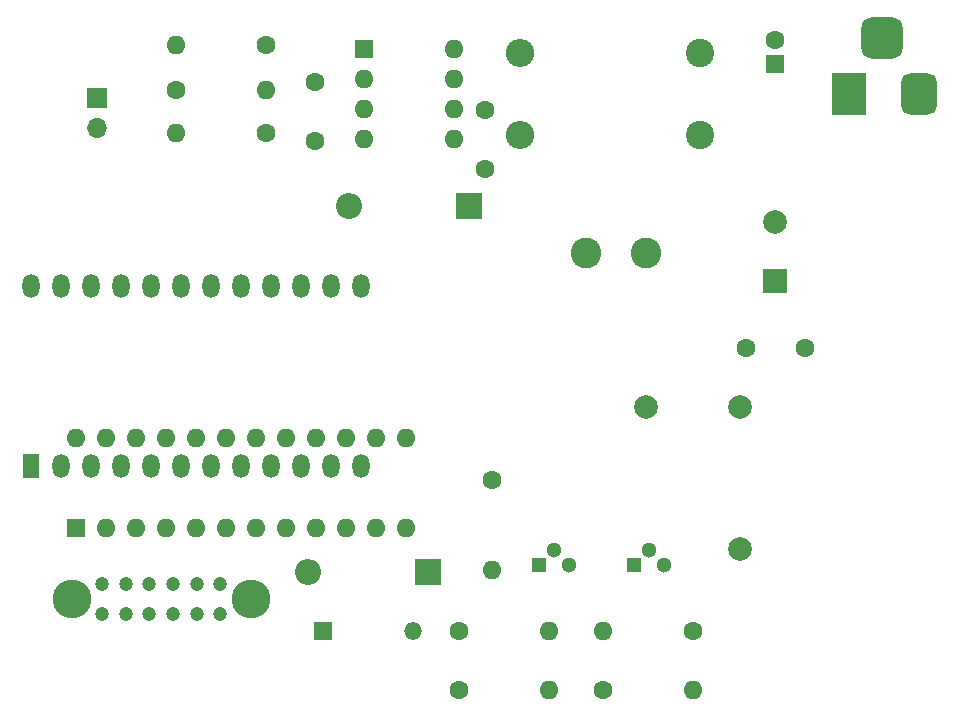
<source format=gbr>
%TF.GenerationSoftware,KiCad,Pcbnew,(6.0.4)*%
%TF.CreationDate,2022-04-20T16:37:51+09:00*%
%TF.ProjectId,KiCad,4b694361-642e-46b6-9963-61645f706362,rev?*%
%TF.SameCoordinates,Original*%
%TF.FileFunction,Soldermask,Bot*%
%TF.FilePolarity,Negative*%
%FSLAX46Y46*%
G04 Gerber Fmt 4.6, Leading zero omitted, Abs format (unit mm)*
G04 Created by KiCad (PCBNEW (6.0.4)) date 2022-04-20 16:37:51*
%MOMM*%
%LPD*%
G01*
G04 APERTURE LIST*
G04 Aperture macros list*
%AMRoundRect*
0 Rectangle with rounded corners*
0 $1 Rounding radius*
0 $2 $3 $4 $5 $6 $7 $8 $9 X,Y pos of 4 corners*
0 Add a 4 corners polygon primitive as box body*
4,1,4,$2,$3,$4,$5,$6,$7,$8,$9,$2,$3,0*
0 Add four circle primitives for the rounded corners*
1,1,$1+$1,$2,$3*
1,1,$1+$1,$4,$5*
1,1,$1+$1,$6,$7*
1,1,$1+$1,$8,$9*
0 Add four rect primitives between the rounded corners*
20,1,$1+$1,$2,$3,$4,$5,0*
20,1,$1+$1,$4,$5,$6,$7,0*
20,1,$1+$1,$6,$7,$8,$9,0*
20,1,$1+$1,$8,$9,$2,$3,0*%
G04 Aperture macros list end*
%ADD10R,1.600000X1.600000*%
%ADD11C,1.600000*%
%ADD12O,1.600000X1.600000*%
%ADD13C,2.400000*%
%ADD14O,2.400000X2.400000*%
%ADD15R,2.000000X2.000000*%
%ADD16C,2.000000*%
%ADD17R,1.300000X1.300000*%
%ADD18C,1.300000*%
%ADD19R,2.200000X2.200000*%
%ADD20O,2.200000X2.200000*%
%ADD21C,1.200000*%
%ADD22C,3.285000*%
%ADD23R,1.440000X2.000000*%
%ADD24O,1.440000X2.000000*%
%ADD25R,3.000000X3.600000*%
%ADD26RoundRect,0.750000X0.750000X1.000000X-0.750000X1.000000X-0.750000X-1.000000X0.750000X-1.000000X0*%
%ADD27RoundRect,0.875000X0.875000X0.875000X-0.875000X0.875000X-0.875000X-0.875000X0.875000X-0.875000X0*%
%ADD28C,2.600000*%
%ADD29R,1.500000X1.500000*%
%ADD30O,1.500000X1.500000*%
%ADD31R,1.700000X1.700000*%
%ADD32O,1.700000X1.700000*%
G04 APERTURE END LIST*
D10*
%TO.C,C2*%
X180000000Y-62955113D03*
D11*
X180000000Y-60955113D03*
%TD*%
%TO.C,R7*%
X165390000Y-116000000D03*
D12*
X173010000Y-116000000D03*
%TD*%
D13*
%TO.C,R1*%
X173620000Y-62000000D03*
D14*
X158380000Y-62000000D03*
%TD*%
D15*
%TO.C,C4*%
X180000000Y-81367677D03*
D16*
X180000000Y-76367677D03*
%TD*%
D17*
%TO.C,Q2*%
X160000000Y-105360000D03*
D18*
X161270000Y-104090000D03*
X162540000Y-105360000D03*
%TD*%
D11*
%TO.C,C5*%
X141000000Y-64500000D03*
X141000000Y-69500000D03*
%TD*%
%TO.C,R6*%
X173000000Y-111000000D03*
D12*
X165380000Y-111000000D03*
%TD*%
D11*
%TO.C,C3*%
X182500000Y-87000000D03*
X177500000Y-87000000D03*
%TD*%
D16*
%TO.C,TP3*%
X169000000Y-92000000D03*
%TD*%
D17*
%TO.C,Q1*%
X168000000Y-105360000D03*
D18*
X169270000Y-104090000D03*
X170540000Y-105360000D03*
%TD*%
D11*
%TO.C,R8*%
X153190000Y-111000000D03*
D12*
X160810000Y-111000000D03*
%TD*%
D11*
%TO.C,R3*%
X136906000Y-61334000D03*
D12*
X129286000Y-61334000D03*
%TD*%
D19*
%TO.C,D1*%
X154080000Y-75000000D03*
D20*
X143920000Y-75000000D03*
%TD*%
D11*
%TO.C,R5*%
X136906000Y-68834000D03*
D12*
X129286000Y-68834000D03*
%TD*%
D21*
%TO.C,SW1*%
X133000000Y-107010200D03*
X131000000Y-107010200D03*
X129000000Y-107010200D03*
X127000000Y-107010200D03*
X125000000Y-107010200D03*
X123000000Y-107010200D03*
X123000000Y-109510200D03*
X125000000Y-109510200D03*
X127000000Y-109510200D03*
X129000000Y-109510200D03*
X131000000Y-109510200D03*
X133000000Y-109510200D03*
D22*
X135555000Y-108260200D03*
X120445000Y-108260200D03*
%TD*%
D11*
%TO.C,R10*%
X156000000Y-98190000D03*
D12*
X156000000Y-105810000D03*
%TD*%
D13*
%TO.C,R2*%
X173620000Y-69000000D03*
D14*
X158380000Y-69000000D03*
%TD*%
D16*
%TO.C,TP1*%
X177000000Y-92000000D03*
%TD*%
D23*
%TO.C,J3*%
X117000000Y-97000000D03*
D24*
X119540000Y-97000000D03*
X122080000Y-97000000D03*
X124620000Y-97000000D03*
X127160000Y-97000000D03*
X129700000Y-97000000D03*
X132240000Y-97000000D03*
X134780000Y-97000000D03*
X137320000Y-97000000D03*
X139860000Y-97000000D03*
X142400000Y-97000000D03*
X144940000Y-97000000D03*
X144940000Y-81760000D03*
X142400000Y-81760000D03*
X139860000Y-81760000D03*
X137320000Y-81760000D03*
X134780000Y-81760000D03*
X132240000Y-81760000D03*
X129700000Y-81760000D03*
X127160000Y-81760000D03*
X124620000Y-81760000D03*
X122080000Y-81760000D03*
X119540000Y-81760000D03*
X117000000Y-81760000D03*
%TD*%
D11*
%TO.C,R4*%
X129223500Y-65126500D03*
D12*
X136843500Y-65126500D03*
%TD*%
D11*
%TO.C,R9*%
X153190000Y-116000000D03*
D12*
X160810000Y-116000000D03*
%TD*%
D25*
%TO.C,J1*%
X186187500Y-65457500D03*
D26*
X192187500Y-65457500D03*
D27*
X188987500Y-60757500D03*
%TD*%
D11*
%TO.C,C1*%
X155422600Y-66867400D03*
X155422600Y-71867400D03*
%TD*%
D16*
%TO.C,TP2*%
X177000000Y-104000000D03*
%TD*%
D28*
%TO.C,L1*%
X169000000Y-79000000D03*
X164000000Y-79000000D03*
%TD*%
D29*
%TO.C,D2*%
X141685000Y-111000000D03*
D30*
X149305000Y-111000000D03*
%TD*%
D10*
%TO.C,J2*%
X120772000Y-102250400D03*
D12*
X123312000Y-102250400D03*
X125852000Y-102250400D03*
X128392000Y-102250400D03*
X130932000Y-102250400D03*
X133472000Y-102250400D03*
X136012000Y-102250400D03*
X138552000Y-102250400D03*
X141092000Y-102250400D03*
X143632000Y-102250400D03*
X146172000Y-102250400D03*
X148712000Y-102250400D03*
X148712000Y-94630400D03*
X146172000Y-94630400D03*
X143632000Y-94630400D03*
X141092000Y-94630400D03*
X138552000Y-94630400D03*
X136012000Y-94630400D03*
X133472000Y-94630400D03*
X130932000Y-94630400D03*
X128392000Y-94630400D03*
X125852000Y-94630400D03*
X123312000Y-94630400D03*
X120772000Y-94630400D03*
%TD*%
D31*
%TO.C,JP1*%
X122533500Y-65834000D03*
D32*
X122533500Y-68374000D03*
%TD*%
D10*
%TO.C,U1*%
X145200000Y-61700000D03*
D12*
X145200000Y-64240000D03*
X145200000Y-66780000D03*
X145200000Y-69320000D03*
X152820000Y-69320000D03*
X152820000Y-66780000D03*
X152820000Y-64240000D03*
X152820000Y-61700000D03*
%TD*%
D19*
%TO.C,D3*%
X150580000Y-106000000D03*
D20*
X140420000Y-106000000D03*
%TD*%
M02*

</source>
